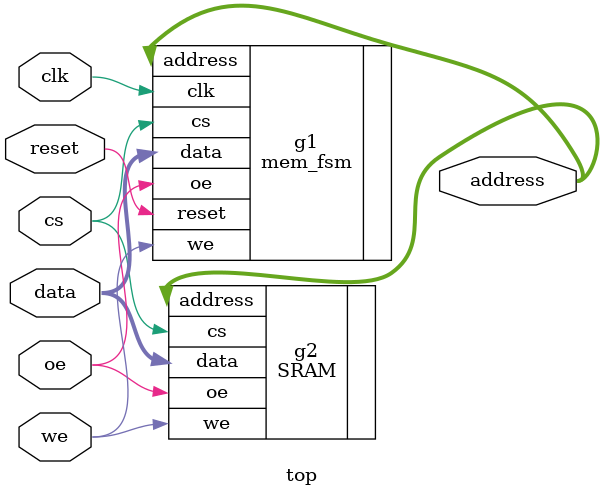
<source format=v>
`timescale 1ns / 1ps


module top( clk, reset, address, data, cs, we, oe );
input clk, reset, cs, we, oe;
output [7:0] address;
inout [3:0] data;


mem_fsm g1(.clk(clk), .reset(reset), .address(address), .data(data), .cs(cs), .we(we), .oe(oe));
SRAM g2(.address(address), .data(data), .cs(cs), .we(we), .oe(oe));

endmodule

</source>
